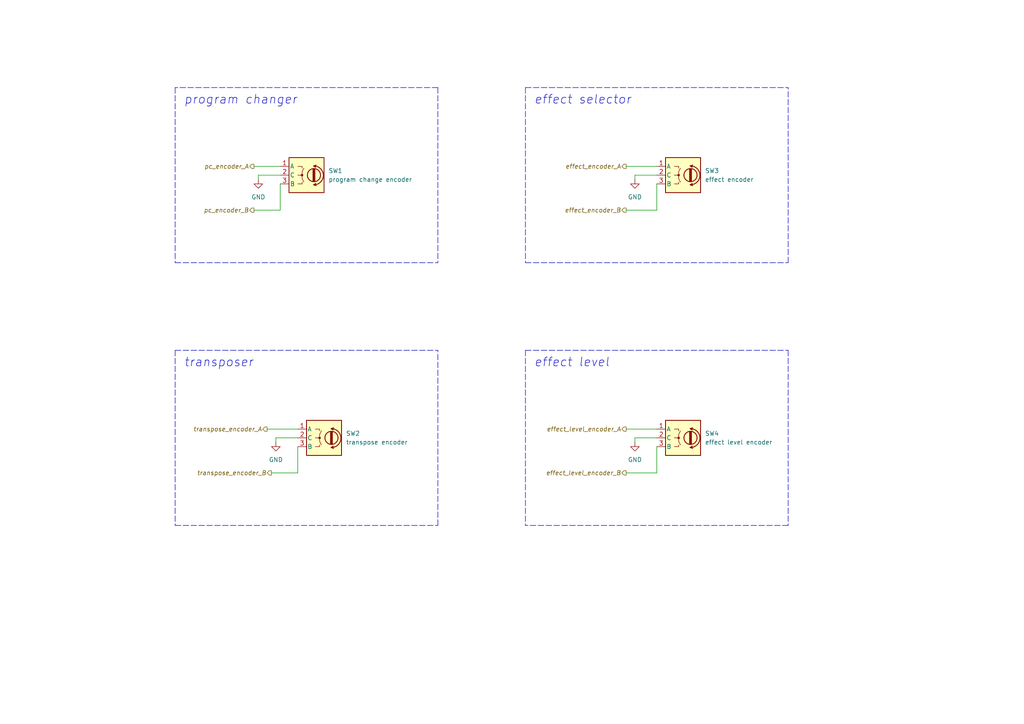
<source format=kicad_sch>
(kicad_sch (version 20211123) (generator eeschema)
  (paper "A4")
  (lib_symbols
    (symbol "power:GND" (power) (pin_names (offset 0))
      (property "Value" "GND" (at 0 -3.81 0))
      (symbol "GND_0_1"
        (polyline (pts (xy 0 0) (xy 0 -1.27) (xy 1.27 -1.27) (xy 0 -2.54) (xy -1.27 -1.27) (xy 0 -1.27)))
      )
      (symbol "GND_1_1"
        (pin power_in line (at 0 0 270) (length 0) hide (name "GND") (number "1"))
      )
    )
    (symbol "rotaryencoder_custom:RotaryEncoder" (pin_names (offset 0.254))
      (property "Reference" "SW1" (at 6.35 1.2701 0))
      (property "Value" "RotaryEncoder" (at 6.35 -1.2699 0))
      (symbol "RotaryEncoder_0_1"
        (rectangle (start -5.08 5.08) (end 5.08 -5.08) (stroke (width 0.254)) (fill (type background)))
        (circle (center -1.27 0) (radius 0.254) (fill (type outline)))
        (polyline (pts (xy 1.905 -1.778) (xy 1.905 1.778)) (stroke (width 0.254)))
        (polyline (pts (xy 2.159 -1.778) (xy 2.159 1.778)) (stroke (width 0.254)))
        (polyline (pts (xy 2.413 1.778) (xy 2.413 -1.778)) (stroke (width 0.254)))
        (polyline (pts (xy -2.54 -2.54) (xy -1.27 -2.54) (xy -1.27 -2.032)))
        (polyline (pts (xy -2.54 2.54) (xy -1.27 2.54) (xy -1.27 2.032)))
        (polyline (pts (xy 2.794 -3.048) (xy 2.032 -2.794) (xy 2.667 -2.413)) (stroke (width 0.254)))
        (polyline (pts (xy 2.794 2.921) (xy 2.032 2.667) (xy 2.667 2.286)) (stroke (width 0.254)))
        (polyline (pts (xy -2.54 0) (xy -1.27 0) (xy -1.27 -1.016) (xy -0.762 -2.032)))
        (polyline (pts (xy -1.778 0) (xy -1.27 0) (xy -1.27 1.016) (xy -0.762 2.032)))
        (arc (start 2.159 -2.794) (mid 4.9022 -0.0635) (end 2.159 2.667) (stroke (width 0.254)))
        (circle (center 2.159 0) (radius 1.905) (stroke (width 0.254)))
      )
      (symbol "RotaryEncoder_1_1"
        (pin passive line (at -7.62 2.54 0) (length 2.54) (name "A") (number "1"))
        (pin passive line (at -7.62 0 0) (length 2.54) (name "C") (number "2"))
        (pin passive line (at -7.62 -2.54 0) (length 2.54) (name "B") (number "3"))
      )
    )
  )
  (wire (pts (xy 190.5 129.54) (xy 190.5 137.16)))
  (polyline (pts (xy 152.4 25.4) (xy 228.6 25.4)))
  (polyline (pts (xy 127 25.4) (xy 127 76.2)))
  (polyline (pts (xy 152.4 101.6) (xy 228.6 101.6)))
  (wire (pts (xy 86.36 129.54) (xy 86.36 137.16)))
  (wire (pts (xy 184.15 50.8) (xy 184.15 52.07)))
  (polyline (pts (xy 228.6 152.4) (xy 152.4 152.4)))
  (wire (pts (xy 181.61 48.26) (xy 190.5 48.26)))
  (polyline (pts (xy 50.8 25.4) (xy 50.8 76.2)))
  (polyline (pts (xy 127 25.4) (xy 50.8 25.4)))
  (wire (pts (xy 81.28 60.96) (xy 73.66 60.96)))
  (wire (pts (xy 190.5 53.34) (xy 190.5 60.96)))
  (wire (pts (xy 190.5 127) (xy 184.15 127)))
  (wire (pts (xy 190.5 60.96) (xy 181.61 60.96)))
  (polyline (pts (xy 152.4 101.6) (xy 152.4 152.4)))
  (polyline (pts (xy 152.4 76.2) (xy 228.6 76.2)))
  (polyline (pts (xy 50.8 101.6) (xy 127 101.6)))
  (wire (pts (xy 80.01 127) (xy 80.01 128.27)))
  (wire (pts (xy 81.28 50.8) (xy 74.93 50.8)))
  (polyline (pts (xy 127 152.4) (xy 127 101.6)))
  (wire (pts (xy 86.36 137.16) (xy 78.74 137.16)))
  (wire (pts (xy 181.61 124.46) (xy 190.5 124.46)))
  (wire (pts (xy 190.5 137.16) (xy 181.61 137.16)))
  (wire (pts (xy 86.36 127) (xy 80.01 127)))
  (polyline (pts (xy 50.8 76.2) (xy 127 76.2)))
  (wire (pts (xy 184.15 127) (xy 184.15 128.27)))
  (wire (pts (xy 190.5 50.8) (xy 184.15 50.8)))
  (wire (pts (xy 77.47 124.46) (xy 86.36 124.46)))
  (polyline (pts (xy 228.6 76.2) (xy 228.6 25.4)))
  (polyline (pts (xy 152.4 25.4) (xy 152.4 76.2)))
  (wire (pts (xy 81.28 53.34) (xy 81.28 60.96)))
  (polyline (pts (xy 50.8 152.4) (xy 127 152.4)))
  (polyline (pts (xy 228.6 101.6) (xy 228.6 152.4)))
  (wire (pts (xy 74.93 50.8) (xy 74.93 52.07)))
  (polyline (pts (xy 50.8 101.6) (xy 50.8 152.4)))
  (wire (pts (xy 73.66 48.26) (xy 81.28 48.26)))
  (text "transposer" (at 53.34 106.68 0) (effects (font (size 2.54 2.54) italic) (justify left bottom)))
  (text "program changer" (at 53.34 30.48 0) (effects (font (size 2.54 2.54) italic) (justify left bottom)))
  (text "effect selector" (at 154.94 30.48 0) (effects (font (size 2.54 2.54) italic) (justify left bottom)))
  (text "effect level" (at 154.94 106.68 0) (effects (font (size 2.54 2.54) italic) (justify left bottom)))
  (hierarchical_label "effect_encoder_B" (shape output) (at 181.61 60.96 180) (effects (font italic)))
  (hierarchical_label "pc_encoder_B" (shape output) (at 73.66 60.96 180) (effects (font italic)))
  (hierarchical_label "effect_encoder_A" (shape output) (at 181.61 48.26 180) (effects (font italic)))
  (hierarchical_label "transpose_encoder_A" (shape output) (at 77.47 124.46 180) (effects (font italic)))
  (hierarchical_label "effect_level_encoder_B" (shape output) (at 181.61 137.16 180) (effects (font italic)))
  (hierarchical_label "effect_level_encoder_A" (shape output) (at 181.61 124.46 180) (effects (font italic)))
  (hierarchical_label "transpose_encoder_B" (shape output) (at 78.74 137.16 180) (effects (font italic)))
  (hierarchical_label "pc_encoder_A" (shape output) (at 73.66 48.26 180) (effects (font italic)))
  (symbol (lib_id "power:GND") (at 74.93 52.07 0) (unit 1)
    (property "Reference" "#PWR07" (effects hide))
    (property "Value" "GND" (at 74.93 57.15 0))
  )
  (symbol (lib_id "power:GND") (at 184.15 52.07 0) (unit 1)
    (property "Reference" "#PWR09" (effects hide))
    (property "Value" "GND" (at 184.15 57.15 0))
  )
  (symbol (lib_id "power:GND") (at 80.01 128.27 0) (unit 1)
    (property "Reference" "#PWR08" (effects hide))
    (property "Value" "GND" (at 80.01 133.35 0))
  )
  (symbol (lib_id "rotaryencoder_custom:RotaryEncoder") (at 88.9 50.8 0) (unit 1)
    (property "Reference" "SW1" (at 95.25 49.5299 0) (effects (justify left)))
    (property "Value" "program change encoder" (at 95.25 52.0699 0) (effects (justify left)))
    (property "Footprint" "Connector_JST:JST_XH_B3B-XH-A_1x03_P2.50mm_Vertical" (effects hide))
  )
  (symbol (lib_id "rotaryencoder_custom:RotaryEncoder") (at 198.12 127 0) (unit 1)
    (property "Reference" "SW4" (at 204.47 125.7299 0) (effects (justify left)))
    (property "Value" "effect level encoder" (at 204.47 128.2699 0) (effects (justify left)))
    (property "Footprint" "Connector_JST:JST_XH_B3B-XH-A_1x03_P2.50mm_Vertical" (effects hide))
  )
  (symbol (lib_id "rotaryencoder_custom:RotaryEncoder") (at 198.12 50.8 0) (unit 1)
    (property "Reference" "SW3" (at 204.47 49.5299 0) (effects (justify left)))
    (property "Value" "effect encoder" (at 204.47 52.0699 0) (effects (justify left)))
    (property "Footprint" "Connector_JST:JST_XH_B3B-XH-A_1x03_P2.50mm_Vertical" (effects hide))
  )
  (symbol (lib_id "power:GND") (at 184.15 128.27 0) (unit 1)
    (property "Reference" "#PWR010" (effects hide))
    (property "Value" "GND" (at 184.15 133.35 0))
  )
  (symbol (lib_id "rotaryencoder_custom:RotaryEncoder") (at 93.98 127 0) (unit 1)
    (property "Reference" "SW2" (at 100.33 125.7299 0) (effects (justify left)))
    (property "Value" "transpose encoder" (at 100.33 128.2699 0) (effects (justify left)))
    (property "Footprint" "Connector_JST:JST_XH_B3B-XH-A_1x03_P2.50mm_Vertical" (effects hide))
  )
)
</source>
